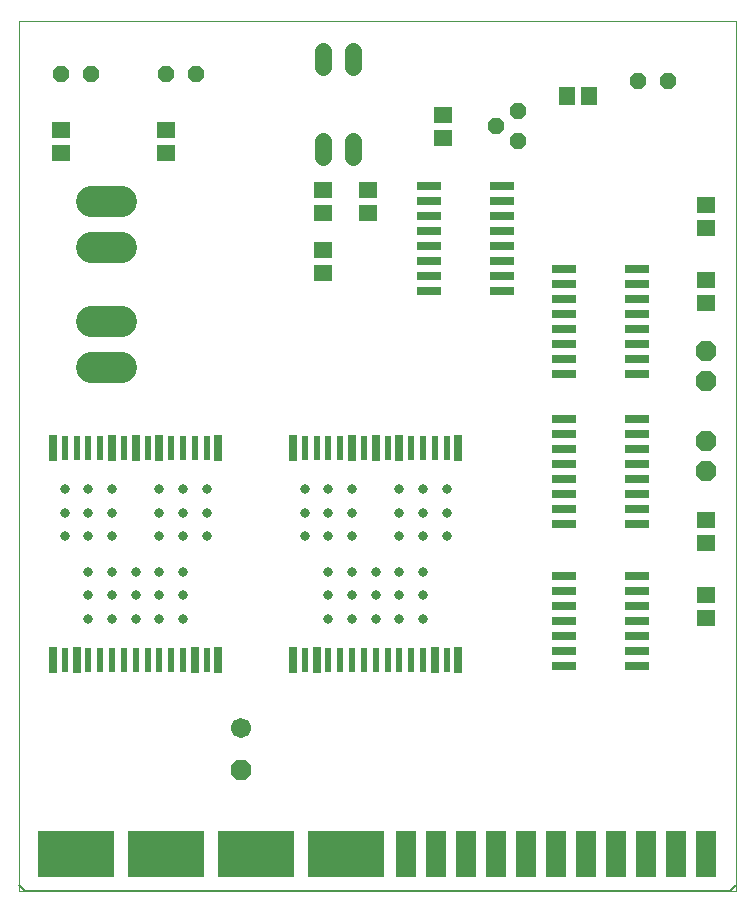
<source format=gts>
G75*
%MOIN*%
%OFA0B0*%
%FSLAX25Y25*%
%IPPOS*%
%LPD*%
%AMOC8*
5,1,8,0,0,1.08239X$1,22.5*
%
%ADD10C,0.00000*%
%ADD11OC8,0.06700*%
%ADD12C,0.06700*%
%ADD13OC8,0.05600*%
%ADD14R,0.06306X0.05518*%
%ADD15R,0.05518X0.06306*%
%ADD16C,0.05600*%
%ADD17R,0.08400X0.03000*%
%ADD18R,0.06900X0.15400*%
%ADD19R,0.25400X0.15400*%
%ADD20C,0.00500*%
%ADD21C,0.03150*%
%ADD22R,0.02400X0.08274*%
%ADD23R,0.02756X0.08661*%
%ADD24C,0.10439*%
D10*
X0027500Y0034500D02*
X0027500Y0324500D01*
X0266500Y0324500D01*
X0266500Y0034500D01*
X0027500Y0034500D01*
D11*
X0101500Y0075000D03*
X0256500Y0174500D03*
X0256500Y0184500D03*
X0256500Y0204500D03*
X0256500Y0214500D03*
D12*
X0101500Y0089000D03*
D13*
X0194000Y0284500D03*
X0186500Y0289500D03*
X0194000Y0294500D03*
X0234000Y0304500D03*
X0244000Y0304500D03*
X0086500Y0307000D03*
X0076500Y0307000D03*
X0051500Y0307000D03*
X0041500Y0307000D03*
D14*
X0041500Y0288240D03*
X0041500Y0280760D03*
X0076500Y0280760D03*
X0076500Y0288240D03*
X0129000Y0268240D03*
X0129000Y0260760D03*
X0129000Y0248240D03*
X0129000Y0240760D03*
X0144000Y0260760D03*
X0144000Y0268240D03*
X0169000Y0285760D03*
X0169000Y0293240D03*
X0256500Y0263240D03*
X0256500Y0255760D03*
X0256500Y0238240D03*
X0256500Y0230760D03*
X0256500Y0158240D03*
X0256500Y0150760D03*
X0256500Y0133240D03*
X0256500Y0125760D03*
D15*
X0217740Y0299500D03*
X0210260Y0299500D03*
D16*
X0139000Y0309400D02*
X0139000Y0314600D01*
X0129000Y0314600D02*
X0129000Y0309400D01*
X0129000Y0284600D02*
X0129000Y0279400D01*
X0139000Y0279400D02*
X0139000Y0284600D01*
D17*
X0164400Y0269500D03*
X0164400Y0264500D03*
X0164400Y0259500D03*
X0164400Y0254500D03*
X0164400Y0249500D03*
X0164400Y0244500D03*
X0164400Y0239500D03*
X0164400Y0234500D03*
X0188600Y0234500D03*
X0188600Y0239500D03*
X0188600Y0244500D03*
X0188600Y0249500D03*
X0188600Y0254500D03*
X0188600Y0259500D03*
X0188600Y0264500D03*
X0188600Y0269500D03*
X0209400Y0242000D03*
X0209400Y0237000D03*
X0209400Y0232000D03*
X0209400Y0227000D03*
X0209400Y0222000D03*
X0209400Y0217000D03*
X0209400Y0212000D03*
X0209400Y0207000D03*
X0209400Y0192000D03*
X0209400Y0187000D03*
X0209400Y0182000D03*
X0209400Y0177000D03*
X0209400Y0172000D03*
X0209400Y0167000D03*
X0209400Y0162000D03*
X0209400Y0157000D03*
X0209400Y0139500D03*
X0209400Y0134500D03*
X0209400Y0129500D03*
X0209400Y0124500D03*
X0209400Y0119500D03*
X0209400Y0114500D03*
X0209400Y0109500D03*
X0233600Y0109500D03*
X0233600Y0114500D03*
X0233600Y0119500D03*
X0233600Y0124500D03*
X0233600Y0129500D03*
X0233600Y0134500D03*
X0233600Y0139500D03*
X0233600Y0157000D03*
X0233600Y0162000D03*
X0233600Y0167000D03*
X0233600Y0172000D03*
X0233600Y0177000D03*
X0233600Y0182000D03*
X0233600Y0187000D03*
X0233600Y0192000D03*
X0233600Y0207000D03*
X0233600Y0212000D03*
X0233600Y0217000D03*
X0233600Y0222000D03*
X0233600Y0227000D03*
X0233600Y0232000D03*
X0233600Y0237000D03*
X0233600Y0242000D03*
D18*
X0236500Y0047000D03*
X0226500Y0047000D03*
X0216500Y0047000D03*
X0206500Y0047000D03*
X0196500Y0047000D03*
X0186500Y0047000D03*
X0176500Y0047000D03*
X0166500Y0047000D03*
X0156500Y0047000D03*
X0246500Y0047000D03*
X0256500Y0047000D03*
D19*
X0136500Y0047000D03*
X0106500Y0047000D03*
X0076500Y0047000D03*
X0046500Y0047000D03*
D20*
X0029500Y0034500D02*
X0149000Y0034500D01*
X0153200Y0034500D01*
X0264500Y0034500D01*
X0266500Y0036500D01*
X0029500Y0034500D02*
X0027500Y0036500D01*
D21*
X0050752Y0125346D03*
X0058626Y0125346D03*
X0058626Y0133220D03*
X0050752Y0133220D03*
X0050752Y0141094D03*
X0058626Y0141094D03*
X0066500Y0141094D03*
X0074374Y0141094D03*
X0074374Y0133220D03*
X0074374Y0125346D03*
X0066500Y0125346D03*
X0066500Y0133220D03*
X0082248Y0133220D03*
X0082248Y0125346D03*
X0082248Y0141094D03*
X0082248Y0152906D03*
X0082248Y0160780D03*
X0090122Y0160780D03*
X0090122Y0152906D03*
X0090122Y0168654D03*
X0082248Y0168654D03*
X0074374Y0168654D03*
X0074374Y0160780D03*
X0074374Y0152906D03*
X0058626Y0152906D03*
X0058626Y0160780D03*
X0050752Y0160780D03*
X0050752Y0152906D03*
X0042878Y0152906D03*
X0042878Y0160780D03*
X0042878Y0168654D03*
X0050752Y0168654D03*
X0058626Y0168654D03*
X0122878Y0168654D03*
X0130752Y0168654D03*
X0138626Y0168654D03*
X0138626Y0160780D03*
X0130752Y0160780D03*
X0130752Y0152906D03*
X0138626Y0152906D03*
X0138626Y0141094D03*
X0130752Y0141094D03*
X0130752Y0133220D03*
X0130752Y0125346D03*
X0138626Y0125346D03*
X0138626Y0133220D03*
X0146500Y0133220D03*
X0146500Y0125346D03*
X0154374Y0125346D03*
X0154374Y0133220D03*
X0162248Y0133220D03*
X0162248Y0125346D03*
X0162248Y0141094D03*
X0154374Y0141094D03*
X0146500Y0141094D03*
X0154374Y0152906D03*
X0154374Y0160780D03*
X0154374Y0168654D03*
X0162248Y0168654D03*
X0170122Y0168654D03*
X0170122Y0160780D03*
X0162248Y0160780D03*
X0162248Y0152906D03*
X0170122Y0152906D03*
X0122878Y0152906D03*
X0122878Y0160780D03*
D22*
X0122878Y0182433D03*
X0126815Y0182433D03*
X0130752Y0182433D03*
X0134689Y0182433D03*
X0142563Y0182433D03*
X0150437Y0182433D03*
X0158311Y0182433D03*
X0162248Y0182433D03*
X0166185Y0182433D03*
X0170122Y0182433D03*
X0170122Y0111567D03*
X0162248Y0111567D03*
X0158311Y0111567D03*
X0154374Y0111567D03*
X0150437Y0111567D03*
X0146500Y0111567D03*
X0142563Y0111567D03*
X0138626Y0111567D03*
X0134689Y0111567D03*
X0130752Y0111567D03*
X0122878Y0111567D03*
X0090122Y0111567D03*
X0082248Y0111567D03*
X0078311Y0111567D03*
X0074374Y0111567D03*
X0070437Y0111567D03*
X0066500Y0111567D03*
X0062563Y0111567D03*
X0058626Y0111567D03*
X0054689Y0111567D03*
X0050752Y0111567D03*
X0042878Y0111567D03*
X0042878Y0182433D03*
X0046815Y0182433D03*
X0050752Y0182433D03*
X0054689Y0182433D03*
X0062563Y0182433D03*
X0070437Y0182433D03*
X0078311Y0182433D03*
X0082248Y0182433D03*
X0086185Y0182433D03*
X0090122Y0182433D03*
D23*
X0094059Y0182413D03*
X0074374Y0182413D03*
X0066500Y0182413D03*
X0058626Y0182413D03*
X0038941Y0182413D03*
X0038941Y0111587D03*
X0046815Y0111587D03*
X0086185Y0111587D03*
X0094059Y0111587D03*
X0118941Y0111587D03*
X0126815Y0111587D03*
X0166185Y0111587D03*
X0174059Y0111587D03*
X0174059Y0182413D03*
X0154374Y0182413D03*
X0146500Y0182413D03*
X0138626Y0182413D03*
X0118941Y0182413D03*
D24*
X0061520Y0209205D02*
X0051480Y0209205D01*
X0051480Y0224795D02*
X0061520Y0224795D01*
X0061520Y0249205D02*
X0051480Y0249205D01*
X0051480Y0264795D02*
X0061520Y0264795D01*
M02*

</source>
